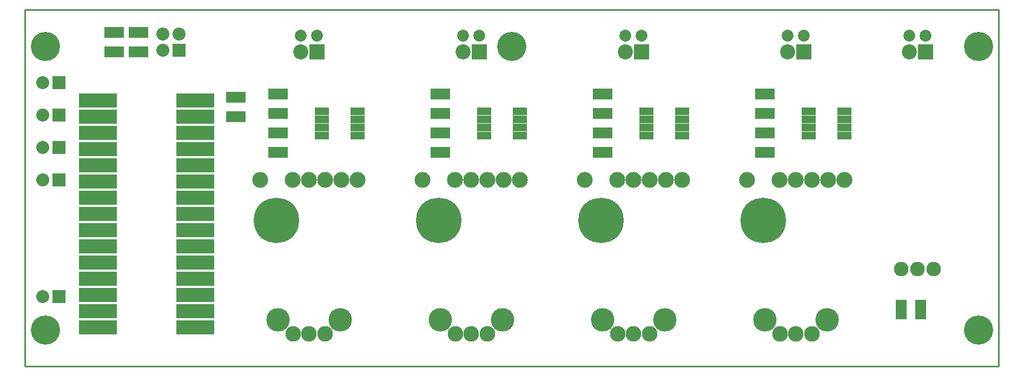
<source format=gts>
G04 (created by PCBNEW-RS274X (2010-03-14)-final) date Mon 23 May 2011 11:29:30 AM PDT*
G01*
G70*
G90*
%MOIN*%
G04 Gerber Fmt 3.4, Leading zero omitted, Abs format*
%FSLAX34Y34*%
G04 APERTURE LIST*
%ADD10C,0.006000*%
%ADD11C,0.009000*%
%ADD12C,0.096000*%
%ADD13C,0.145000*%
%ADD14R,0.233000X0.089000*%
%ADD15C,0.090000*%
%ADD16R,0.070000X0.120000*%
%ADD17R,0.120000X0.070000*%
%ADD18C,0.093000*%
%ADD19R,0.093000X0.093000*%
%ADD20C,0.073000*%
%ADD21R,0.080000X0.080000*%
%ADD22C,0.080000*%
%ADD23R,0.090000X0.046000*%
%ADD24C,0.098000*%
%ADD25C,0.280000*%
%ADD26C,0.180000*%
G04 APERTURE END LIST*
G54D10*
G54D11*
X25500Y-33500D02*
X25500Y-55500D01*
X85500Y-33500D02*
X25500Y-33500D01*
X85500Y-55500D02*
X85500Y-33500D01*
X25500Y-55500D02*
X85500Y-55500D01*
G54D12*
X42016Y-53500D03*
X43000Y-53500D03*
X43984Y-53500D03*
G54D13*
X41070Y-52634D03*
X44930Y-52634D03*
G54D12*
X72016Y-53500D03*
X73000Y-53500D03*
X73984Y-53500D03*
G54D13*
X71070Y-52634D03*
X74930Y-52634D03*
G54D12*
X62016Y-53500D03*
X63000Y-53500D03*
X63984Y-53500D03*
G54D13*
X61070Y-52634D03*
X64930Y-52634D03*
G54D12*
X52016Y-53500D03*
X53000Y-53500D03*
X53984Y-53500D03*
G54D13*
X51070Y-52634D03*
X54930Y-52634D03*
G54D14*
X30000Y-39100D03*
X30000Y-40100D03*
X30000Y-41100D03*
X30000Y-42100D03*
X30000Y-43100D03*
X30000Y-44100D03*
X30000Y-45100D03*
X30000Y-46100D03*
X30000Y-47100D03*
X30000Y-48100D03*
X30000Y-49100D03*
X30000Y-50100D03*
X30000Y-51100D03*
X30000Y-52100D03*
X30000Y-53100D03*
X36000Y-53100D03*
X36000Y-52100D03*
X36000Y-51100D03*
X36000Y-50100D03*
X36000Y-49100D03*
X36000Y-48100D03*
X36000Y-47100D03*
X36000Y-46100D03*
X36000Y-45100D03*
X36000Y-44100D03*
X36000Y-43100D03*
X36000Y-42100D03*
X36000Y-41100D03*
X36000Y-40100D03*
X36000Y-39100D03*
G54D15*
X81500Y-49500D03*
X80500Y-49500D03*
X79500Y-49500D03*
G54D16*
X79500Y-52000D03*
X80700Y-52000D03*
G54D17*
X31000Y-36100D03*
X31000Y-34900D03*
X38500Y-38900D03*
X38500Y-40100D03*
X41100Y-41100D03*
X41100Y-42300D03*
X41100Y-39900D03*
X41100Y-38700D03*
X51100Y-41100D03*
X51100Y-42300D03*
X51100Y-39900D03*
X51100Y-38700D03*
X61100Y-41100D03*
X61100Y-42300D03*
X61100Y-39900D03*
X61100Y-38700D03*
X71100Y-41100D03*
X71100Y-42300D03*
X71100Y-39900D03*
X71100Y-38700D03*
G54D18*
X42500Y-36100D03*
G54D19*
X43500Y-36100D03*
G54D20*
X43500Y-35100D03*
X42500Y-35100D03*
G54D18*
X52500Y-36100D03*
G54D19*
X53500Y-36100D03*
G54D20*
X53500Y-35100D03*
X52500Y-35100D03*
G54D18*
X62500Y-36100D03*
G54D19*
X63500Y-36100D03*
G54D20*
X63500Y-35100D03*
X62500Y-35100D03*
G54D18*
X72500Y-36100D03*
G54D19*
X73500Y-36100D03*
G54D20*
X73500Y-35100D03*
X72500Y-35100D03*
G54D21*
X35000Y-36000D03*
G54D22*
X34000Y-36000D03*
X35000Y-35000D03*
X34000Y-35000D03*
G54D21*
X27600Y-51200D03*
G54D22*
X26600Y-51200D03*
G54D21*
X27600Y-44000D03*
G54D22*
X26600Y-44000D03*
G54D21*
X27600Y-42000D03*
G54D22*
X26600Y-42000D03*
G54D21*
X27600Y-40000D03*
G54D22*
X26600Y-40000D03*
G54D21*
X27600Y-38000D03*
G54D22*
X26600Y-38000D03*
G54D23*
X46000Y-41250D03*
X46000Y-40750D03*
X46000Y-40250D03*
X46000Y-39750D03*
X43800Y-39750D03*
X43800Y-40250D03*
X43800Y-40750D03*
X43800Y-41250D03*
X56000Y-41250D03*
X56000Y-40750D03*
X56000Y-40250D03*
X56000Y-39750D03*
X53800Y-39750D03*
X53800Y-40250D03*
X53800Y-40750D03*
X53800Y-41250D03*
X66000Y-41250D03*
X66000Y-40750D03*
X66000Y-40250D03*
X66000Y-39750D03*
X63800Y-39750D03*
X63800Y-40250D03*
X63800Y-40750D03*
X63800Y-41250D03*
X76000Y-41250D03*
X76000Y-40750D03*
X76000Y-40250D03*
X76000Y-39750D03*
X73800Y-39750D03*
X73800Y-40250D03*
X73800Y-40750D03*
X73800Y-41250D03*
G54D17*
X32500Y-36100D03*
X32500Y-34900D03*
G54D18*
X80000Y-36100D03*
G54D19*
X81000Y-36100D03*
G54D20*
X81000Y-35100D03*
X80000Y-35100D03*
G54D24*
X43000Y-44000D03*
X44000Y-44000D03*
X45000Y-44000D03*
X46000Y-44000D03*
X42000Y-44000D03*
X40000Y-44000D03*
G54D25*
X41000Y-46500D03*
G54D24*
X73000Y-44000D03*
X74000Y-44000D03*
X75000Y-44000D03*
X76000Y-44000D03*
X72000Y-44000D03*
X70000Y-44000D03*
G54D25*
X71000Y-46500D03*
G54D24*
X63000Y-44000D03*
X64000Y-44000D03*
X65000Y-44000D03*
X66000Y-44000D03*
X62000Y-44000D03*
X60000Y-44000D03*
G54D25*
X61000Y-46500D03*
G54D24*
X53000Y-44000D03*
X54000Y-44000D03*
X55000Y-44000D03*
X56000Y-44000D03*
X52000Y-44000D03*
X50000Y-44000D03*
G54D25*
X51000Y-46500D03*
G54D26*
X84250Y-35750D03*
X55500Y-35750D03*
X26750Y-35750D03*
X26750Y-53250D03*
X84250Y-53250D03*
M02*

</source>
